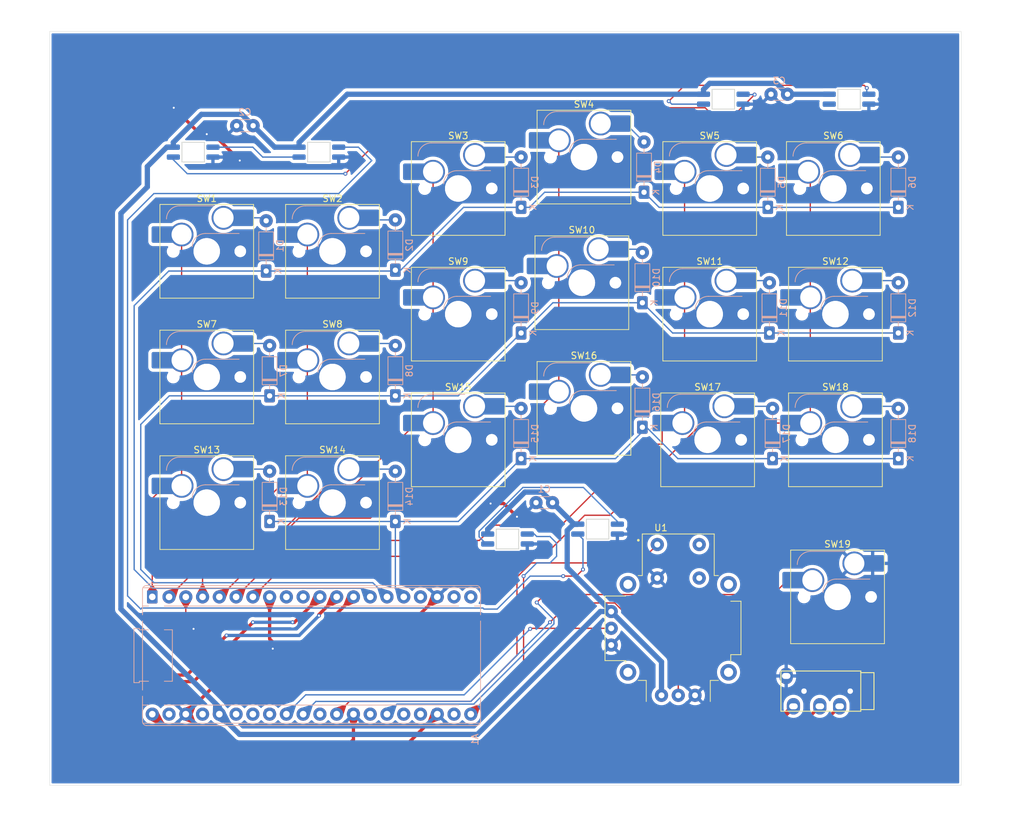
<source format=kicad_pcb>
(kicad_pcb (version 20241229) (generator "pcbnew") (generator_version "9.0")
  (layers (0 "F.Cu" signal) (2 "B.Cu" signal) (13 "F.Paste" user) (15 "B.Paste" user) (5 "F.SilkS" user "F.Silkscreen") (7 "B.SilkS" user "B.Silkscreen") (1 "F.Mask" user) (3 "B.Mask" user) (25 "Edge.Cuts" user))
  (net 0 "")
  (net 3 "COL0")
  (net 4 "ROW2")
  (net 6 "ROW1")
  (net 9 "GND")
  (net 10 "Net-(A1-GPIO26_ADC0)")
  (net 11 "ROW0")
  (net 14 "Net-(A1-VBUS)")
  (net 15 "COL1")
  (net 16 "RX")
  (net 17 "Net-(A1-GPIO20)")
  (net 18 "RGB")
  (net 19 "+3V3")
  (net 22 "COL2")
  (net 23 "COL4")
  (net 24 "COL3")
  (net 27 "Net-(A1-GPIO22)")
  (net 28 "COL5")
  (net 30 "Net-(A1-GPIO27_ADC1)")
  (net 32 "TX")
  (net 35 "Net-(D1-A)")
  (net 36 "Net-(D2-A)")
  (net 37 "Net-(D3-A)")
  (net 38 "Net-(D4-A)")
  (net 39 "Net-(D5-A)")
  (net 40 "Net-(D6-A)")
  (net 41 "Net-(D7-A)")
  (net 42 "Net-(D8-A)")
  (net 43 "Net-(D9-A)")
  (net 44 "Net-(D10-A)")
  (net 45 "Net-(D11-A)")
  (net 46 "Net-(D12-A)")
  (net 47 "Net-(D13-A)")
  (net 48 "Net-(D14-A)")
  (net 49 "Net-(D15-A)")
  (net 50 "Net-(D16-A)")
  (net 51 "Net-(D17-A)")
  (net 52 "Net-(D18-A)")
  (net 53 "Net-(D19-DOUT)")
  (net 54 "Net-(D20-DOUT)")
  (net 55 "Net-(D21-DOUT)")
  (net 56 "Net-(D22-DOUT)")
  (net 57 "Net-(D23-DOUT)")
  (footprint "COM-09032:XDCR_COM-09032" (layer "F.Cu") (at 113.9825 114.3)
    (property "Reference" "U1")
    (property "Value" "COM-09032")
  )
  (footprint "ScottoKeebs_Hotswap:Hotswap_MX_Plated" (layer "F.Cu") (at 99.3775 61.9125)
    (property "Reference" "SW10")
    (property "Value" "SW_Push_45deg")
  )
  (footprint "ScottoKeebs_Hotswap:Hotswap_MX_Plated" (layer "F.Cu") (at 80.645 47.625)
    (property "Reference" "SW3")
    (property "Value" "SW_Push_45deg")
  )
  (footprint "ScottoKeebs_Hotswap:Hotswap_MX_Plated" (layer "F.Cu") (at 61.595 95.25)
    (property "Reference" "SW14")
    (property "Value" "SW_Push_45deg")
  )
  (footprint "ScottoKeebs_Hotswap:Hotswap_MX_Plated" (layer "F.Cu") (at 80.645 85.725)
    (property "Reference" "SW15")
    (property "Value" "SW_Push_45deg")
  )
  (footprint "ScottoKeebs_Hotswap:Hotswap_MX_Plated" (layer "F.Cu") (at 61.595 76.2)
    (property "Reference" "SW8")
    (property "Value" "SW_Push_45deg")
  )
  (footprint "ScottoKeebs_Hotswap:Hotswap_MX_Plated" (layer "F.Cu") (at 61.595 57.15)
    (property "Reference" "SW2")
    (property "Value" "SW_Push_45deg")
  )
  (footprint "ScottoKeebs_Hotswap:Hotswap_MX_Plated" (layer "F.Cu") (at 99.695 42.8625)
    (property "Reference" "SW4")
    (property "Value" "SW_Push_45deg")
  )
  (footprint "ScottoKeebs_Hotswap:Hotswap_MX_Plated" (layer "F.Cu") (at 42.545 76.2)
    (property "Reference" "SW7")
    (property "Value" "SW_Push_45deg")
  )
  (footprint "ScottoKeebs_Hotswap:Hotswap_MX_Plated" (layer "F.Cu") (at 80.645 66.675)
    (property "Reference" "SW9")
    (property "Value" "SW_Push_45deg")
  )
  (footprint "ScottoKeebs_Hotswap:Hotswap_MX_Plated" (layer "F.Cu") (at 99.695 80.9625)
    (property "Reference" "SW16")
    (property "Value" "SW_Push_45deg")
  )
  (footprint "ScottoKeebs_Hotswap:Hotswap_MX_Plated" (layer "F.Cu") (at 118.745 66.675)
    (property "Reference" "SW11")
    (property "Value" "SW_Push_45deg")
  )
  (footprint "ScottoKeebs_Hotswap:Hotswap_MX_Plated" (layer "F.Cu") (at 137.4775 47.625)
    (property "Reference" "SW6")
    (property "Value" "SW_Push_45deg")
  )
  (footprint "ScottoKeebs_Hotswap:Hotswap_MX_Plated" (layer "F.Cu") (at 137.795 66.675)
    (property "Reference" "SW12")
    (property "Value" "SW_Push_45deg")
  )
  (footprint "ScottoKeebs_Hotswap:Hotswap_MX_Plated" (layer "F.Cu") (at 118.745 47.625)
    (property "Reference" "SW5")
    (property "Value" "SW_Push_45deg")
  )
  (footprint "ScottoKeebs_Hotswap:Hotswap_MX_Plated" (layer "F.Cu") (at 137.795 85.725)
    (property "Reference" "SW18")
    (property "Value" "SW_Push_45deg")
  )
  (footprint "ScottoKeebs_Hotswap:Hotswap_MX_Plated" (layer "F.Cu") (at 118.4275 85.725)
    (property "Reference" "SW17")
    (property "Value" "SW_Push_45deg")
  )
  (footprint "ScottoKeebs_Hotswap:Hotswap_MX_Plated" (layer "F.Cu") (at 42.545 57.15)
    (property "Reference" "SW1")
    (property "Value" "SW_Push_45deg")
  )
  (footprint "ScottoKeebs_Hotswap:Hotswap_MX_Plated" (layer "F.Cu") (at 42.545 95.25)
    (property "Reference" "SW13")
    (property "Value" "SW_Push_45deg")
  )
  (footprint "ScottoKeebs_Components:TRRS_PJ-320A" (layer "F.Cu") (at 141.6325 123.825 -90)
    (property "Reference" "U2")
    (property "Value" "TRRS")
  )
  (footprint "ScottoKeebs_Hotswap:Hotswap_MX_Plated" (layer "F.Cu") (at 138.1125 109.5375)
    (property "Reference" "SW19")
    (property "Value" "SW_Push")
  )
  (footprint "ScottoKeebs_Miscellaneous:D_DO-35_SOD27_P7.62mm_Horizontal-bigpads" (layer "B.Cu") (at 90.17 69.5325 90)
    (property "Reference" "D9")
    (property "Value" "D_45deg")
  )
  (footprint "ScottoKeebs_Miscellaneous:D_DO-35_SOD27_P7.62mm_Horizontal-bigpads" (layer "B.Cu") (at 127.545 50.4825 90)
    (property "Reference" "D5")
    (property "Value" "D_45deg")
  )
  (footprint "ScottoKeebs_Components:LED_SK6812MINI" (layer "B.Cu") (at 139.8575 34.0875 180)
    (property "Reference" "D24" (hide yes))
    (property "Value" "LED_SK6812MINI" (hide yes))
    (fp_line (start 1.7 1.5) (end -1.7 1.5) (stroke (width 0.12)) (layer "Edge.Cuts"))
    (fp_line (start 1.7 -1.5) (end 1.7 1.5) (stroke (width 0.12)) (layer "Edge.Cuts"))
    (fp_line (start -1.7 1.5) (end -1.7 -1.5) (stroke (width 0.12)) (layer "Edge.Cuts"))
    (fp_line (start -1.7 -1.5) (end 1.7 -1.5) (stroke (width 0.12)) (layer "Edge.Cuts"))
  )
  (footprint "ScottoKeebs_Components:LED_SK6812MINI" (layer "B.Cu") (at 40.4825 42.1125 180)
    (property "Reference" "D22" (hide yes))
    (property "Value" "LED_SK6812MINI" (hide yes))
    (fp_line (start 1.7 1.5) (end -1.7 1.5) (stroke (width 0.12)) (layer "Edge.Cuts"))
    (fp_line (start 1.7 -1.5) (end 1.7 1.5) (stroke (width 0.12)) (layer "Edge.Cuts"))
    (fp_line (start -1.7 1.5) (end -1.7 -1.5) (stroke (width 0.12)) (layer "Edge.Cuts"))
    (fp_line (start -1.7 -1.5) (end 1.7 -1.5) (stroke (width 0.12)) (layer "Edge.Cuts"))
  )
  (footprint "Capacitor_THT:C_Disc_D3.0mm_W1.6mm_P2.50mm" (layer "B.Cu") (at 49.57 38.1 180)
    (property "Reference" "C2")
    (property "Value" "0.1uF")
  )
  (footprint "ScottoKeebs_Miscellaneous:D_DO-35_SOD27_P7.62mm_Horizontal-bigpads" (layer "B.Cu") (at 108.545 64.9475 90)
    (property "Reference" "D10")
    (property "Value" "D_45deg")
  )
  (footprint "ScottoKeebs_Components:LED_SK6812MINI" (layer "B.Cu") (at 120.8075 34.0875 180)
    (property "Reference" "D23" (hide yes))
    (property "Value" "LED_SK6812MINI" (hide yes))
    (fp_line (start 1.7 1.5) (end -1.7 1.5) (stroke (width 0.12)) (layer "Edge.Cuts"))
    (fp_line (start 1.7 -1.5) (end 1.7 1.5) (stroke (width 0.12)) (layer "Edge.Cuts"))
    (fp_line (start -1.7 1.5) (end -1.7 -1.5) (stroke (width 0.12)) (layer "Edge.Cuts"))
    (fp_line (start -1.7 -1.5) (end 1.7 -1.5) (stroke (width 0.12)) (layer "Edge.Cuts"))
  )
  (footprint "ScottoKeebs_Miscellaneous:D_DO-35_SOD27_P7.62mm_Horizontal-bigpads" (layer "B.Cu") (at 71.12 60.0075 90)
    (property "Reference" "D2")
    (property "Value" "D_45deg")
  )
  (footprint "ScottoKeebs_Miscellaneous:D_DO-35_SOD27_P7.62mm_Horizontal-bigpads" (layer "B.Cu") (at 147.32 50.4825 90)
    (property "Reference" "D6")
    (property "Value" "D_45deg")
  )
  (footprint "ScottoKeebs_Miscellaneous:D_DO-35_SOD27_P7.62mm_Horizontal-bigpads" (layer "B.Cu") (at 90.17 50.4825 90)
    (property "Reference" "D3")
    (property "Value" "D_45deg")
  )
  (footprint "Module:RaspberryPi_Pico_Common_THT" (layer "B.Cu") (at 34.29 109.5375 -90)
    (property "Reference" "A1")
    (property "Value" "RaspberryPi_Pico_W")
  )
  (footprint "ScottoKeebs_Components:LED_SK6812MINI" (layer "B.Cu") (at 88.1075 100.7625 180)
    (property "Reference" "D19" (hide yes))
    (property "Value" "LED_SK6812MINI" (hide yes))
    (fp_line (start 1.7 1.5) (end -1.7 1.5) (stroke (width 0.12)) (layer "Edge.Cuts"))
    (fp_line (start 1.7 -1.5) (end 1.7 1.5) (stroke (width 0.12)) (layer "Edge.Cuts"))
    (fp_line (start -1.7 1.5) (end -1.7 -1.5) (stroke (width 0.12)) (layer "Edge.Cuts"))
    (fp_line (start -1.7 -1.5) (end 1.7 -1.5) (stroke (width 0.12)) (layer "Edge.Cuts"))
  )
  (footprint "ScottoKeebs_Components:LED_SK6812MINI" (layer "B.Cu") (at 59.5325 42.1125 180)
    (property "Reference" "D21" (hide yes))
    (property "Value" "LED_SK6812MINI" (hide yes))
    (fp_line (start 1.7 1.5) (end -1.7 1.5) (stroke (width 0.12)) (layer "Edge.Cuts"))
    (fp_line (start 1.7 -1.5) (end 1.7 1.5) (stroke (width 0.12)) (layer "Edge.Cuts"))
    (fp_line (start -1.7 1.5) (end -1.7 -1.5) (stroke (width 0.12)) (layer "Edge.Cuts"))
    (fp_line (start -1.7 -1.5) (end 1.7 -1.5) (stroke (width 0.12)) (layer "Edge.Cuts"))
  )
  (footprint "ScottoKeebs_Miscellaneous:D_DO-35_SOD27_P7.62mm_Horizontal-bigpads" (layer "B.Cu") (at 51.545 60.1375 90)
    (property "Reference" "D1")
    (property "Value" "D_45deg")
  )
  (footprint "ScottoKeebs_Miscellaneous:D_DO-35_SOD27_P7.62mm_Horizontal-bigpads" (layer "B.Cu") (at 127.795 69.5325 90)
    (property "Reference" "D11")
    (property "Value" "D_45deg")
  )
  (footprint "Capacitor_THT:C_Disc_D3.0mm_W1.6mm_P2.50mm" (layer "B.Cu") (at 130.5325 33.3375 180)
    (property "Reference" "C3")
    (property "Value" "0.1uF")
  )
  (footprint "ScottoKeebs_Miscellaneous:D_DO-35_SOD27_P7.62mm_Horizontal-bigpads" (layer "B.Cu") (at 52.07 98.1075 90)
    (property "Reference" "D13")
    (property "Value" "D_45deg")
  )
  (footprint "ScottoKeebs_Miscellaneous:D_DO-35_SOD27_P7.62mm_Horizontal-bigpads" (layer "B.Cu") (at 147.32 69.5325 90)
    (property "Reference" "D12")
    (property "Value" "D_45deg")
  )
  (footprint "ScottoKeebs_Miscellaneous:D_DO-35_SOD27_P7.62mm_Horizontal-bigpads" (layer "B.Cu") (at 90.17 88.5825 90)
    (property "Reference" "D15")
    (property "Value" "D_45deg")
  )
  (footprint "ScottoKeebs_Miscellaneous:D_DO-35_SOD27_P7.62mm_Horizontal-bigpads" (layer "B.Cu") (at 71.12 79.0575 90)
    (property "Reference" "D8")
    (property "Value" "D_45deg")
  )
  (footprint "ScottoKeebs_Miscellaneous:D_DO-35_SOD27_P7.62mm_Horizontal-bigpads" (layer "B.Cu") (at 108.545 83.82 90)
    (property "Reference" "D16")
    (property "Value" "D_45deg")
  )
  (footprint "ScottoKeebs_Miscellaneous:D_DO-35_SOD27_P7.62mm_Horizontal-bigpads" (layer "B.Cu") (at 71.12 98.1075 90)
    (property "Reference" "D14")
    (property "Value" "D_45deg")
  )
  (footprint "ScottoKeebs_Miscellaneous:D_DO-35_SOD27_P7.62mm_Horizontal-bigpads" (layer "B.Cu") (at 147.32 88.5825 90)
    (property "Reference" "D18")
    (property "Value" "D_45deg")
  )
  (footprint "ScottoKeebs_Miscellaneous:D_DO-35_SOD27_P7.62mm_Horizontal-bigpads" (layer "B.Cu") (at 108.795 48.1975 90)
    (property "Reference" "D4")
    (property "Value" "D_45deg")
  )
  (footprint "ScottoKeebs_Miscellaneous:D_DO-35_SOD27_P7.62mm_Horizontal-bigpads" (layer "B.Cu") (at 128.27 88.5825 90)
    (property "Reference" "D17")
    (property "Value" "D_45deg")
  )
  (footprint "ScottoKeebs_Miscellaneous:D_DO-35_SOD27_P7.62mm_Horizontal-bigpads" (layer "B.Cu") (at 52.07 79.0575 90)
    (property "Reference" "D7")
    (property "Value" "D_45deg")
  )
  (footprint "ScottoKeebs_Components:LED_SK6812MINI" (layer "B.Cu") (at 101.7575 99.2625 180)
    (property "Reference" "D20" (hide yes))
    (property "Value" "LED_SK6812MINI" (hide yes))
    (fp_line (start 1.7 1.5) (end -1.7 1.5) (stroke (width 0.12)) (layer "Edge.Cuts"))
    (fp_line (start 1.7 -1.5) (end 1.7 1.5) (stroke (width 0.12)) (layer "Edge.Cuts"))
    (fp_line (start -1.7 1.5) (end -1.7 -1.5) (stroke (width 0.12)) (layer "Edge.Cuts"))
    (fp_line (start -1.7 -1.5) (end 1.7 -1.5) (stroke (width 0.12)) (layer "Edge.Cuts"))
  )
  (footprint "Capacitor_THT:C_Disc_D3.0mm_W1.6mm_P2.50mm" (layer "B.Cu") (at 94.9325 95.25 180)
    (property "Reference" "C1")
    (property "Value" "0.1uF")
  )
  (gr_rect (start 18.7325 23.8125) (end 156.845 138.1125) (stroke (width 0.05)) (fill no) (layer "Edge.Cuts"))
  (segment (start 38.735 73.66) (end 38.735 92.71) (width 0.2) (layer "F.Cu") (net 3))
  (segment (start 36.189416 92.71) (end 34.29 94.609416) (width 0.2) (layer "F.Cu") (net 3))
  (segment (start 34.29 94.609416) (end 34.29 109.5375) (width 0.2) (layer "F.Cu") (net 3))
  (segment (start 38.735 92.71) (end 36.189416 92.71) (width 0.2) (layer "F.Cu") (net 3))
  (segment (start 38.735 54.61) (end 38.735 73.66) (width 0.2) (layer "F.Cu") (net 3))
  (segment (start 109.22 83.87366) (end 113.92884 88.5825) (width 0.2) (layer "B.Cu") (net 4))
  (segment (start 90.17 88.5825) (end 104.4575 88.5825) (width 0.2) (layer "B.Cu") (net 4))
  (segment (start 128.27 88.5825) (end 147.32 88.5825) (width 0.2) (layer "B.Cu") (net 4))
  (segment (start 52.07 98.1075) (end 71.12 98.1075) (width 0.2) (layer "B.Cu") (net 4))
  (segment (start 109.22 83.82) (end 109.22 83.87366) (width 0.2) (layer "B.Cu") (net 4))
  (segment (start 113.92884 88.5825) (end 128.27 88.5825) (width 0.2) (layer "B.Cu") (net 4))
  (segment (start 71.12 98.1075) (end 80.645 98.1075) (width 0.2) (layer "B.Cu") (net 4))
  (segment (start 104.4575 88.5825) (end 109.22 83.82) (width 0.2) (layer "B.Cu") (net 4))
  (segment (start 80.645 98.1075) (end 90.17 88.5825) (width 0.2) (layer "B.Cu") (net 4))
  (segment (start 72.39 109.5375) (end 71.12 108.2675) (width 0.2) (layer "B.Cu") (net 4))
  (segment (start 71.12 108.2675) (end 71.12 98.1075) (width 0.2) (layer "B.Cu") (net 4))
  (segment (start 52.07 79.0575) (end 71.12 79.0575) (width 0.2) (layer "B.Cu") (net 6))
  (segment (start 108.545 64.9475) (end 113.13 69.5325) (width 0.2) (layer "B.Cu") (net 6))
  (segment (start 90.4 69.5325) (end 94.985 64.9475) (width 0.2) (layer "B.Cu") (net 6))
  (segment (start 113.13 69.5325) (end 127.795 69.5325) (width 0.2) (layer "B.Cu") (net 6))
  (segment (start 34.545 107.3875) (end 67.7 107.3875) (width 0.2) (layer "B.Cu") (net 6))
  (segment (start 94.985 64.9475) (end 108.545 64.9475) (width 0.2) (layer "B.Cu") (net 6))
  (segment (start 32.545 105.3875) (end 34.545 107.3875) (width 0.2) (layer "B.Cu") (net 6))
  (segment (start 80.645 79.0575) (end 90.17 69.5325) (width 0.2) (layer "B.Cu") (net 6))
  (segment (start 67.7 107.3875) (end 69.85 109.5375) (width 0.2) (layer "B.Cu") (net 6))
  (segment (start 127.795 69.5325) (end 147.32 69.5325) (width 0.2) (layer "B.Cu") (net 6))
  (segment (start 52.07 79.0575) (end 36.875 79.0575) (width 0.2) (layer "B.Cu") (net 6))
  (segment (start 36.875 79.0575) (end 32.545 83.3875) (width 0.2) (layer "B.Cu") (net 6))
  (segment (start 71.12 79.0575) (end 80.645 79.0575) (width 0.2) (layer "B.Cu") (net 6))
  (segment (start 90.17 69.5325) (end 90.4 69.5325) (width 0.2) (layer "B.Cu") (net 6))
  (segment (start 32.545 83.3875) (end 32.545 105.3875) (width 0.2) (layer "B.Cu") (net 6))
  (segment (start 56.92 117.3875) (end 69.62 117.3875) (width 0.5) (layer "F.Cu") (net 9))
  (segment (start 85.545 95.3875) (end 87.545 95.3875) (width 0.5) (layer "F.Cu") (net 9))
  (segment (start 64.545 131.3875) (end 64.77 131.1625) (width 0.5) (layer "F.Cu") (net 9))
  (segment (start 52.545 117.3875) (end 52.545 116.3875) (width 0.5) (layer "F.Cu") (net 9))
  (segment (start 39.37 113.2125) (end 39.37 109.5375) (width 0.2) (layer "F.Cu") (net 9))
  (segment (start 39.37 127.3175) (end 44.44 132.3875) (width 0.5) (layer "F.Cu") (net 9))
  (segment (start 40.545 114.3875) (end 39.37 113.2125) (width 0.2) (layer "F.Cu") (net 9))
  (segment (start 64.545 132.3875) (end 72.4 132.3875) (width 0.5) (layer "F.Cu") (net 9))
  (segment (start 52.545 116.3875) (end 52.07 115.9125) (width 0.5) (layer "F.Cu") (net 9))
  (segment (start 42.545 39.3875) (end 43.545 39.3875) (width 0.5) (layer "F.Cu") (net 9))
  (segment (start 43.545 39.3875) (end 47.545 43.3875) (width 0.5) (layer "F.Cu") (net 9))
  (segment (start 37.545 35.3875) (end 41.545 39.3875) (width 0.5) (layer "F.Cu") (net 9))
  (segment (start 56.92 117.3875) (end 64.77 109.5375) (width 0.5) (layer "F.Cu") (net 9))
  (segment (start 72.4 132.3875) (end 77.47 127.3175) (width 0.5) (layer "F.Cu") (net 9))
  (segment (start 52.545 117.3875) (end 56.92 117.3875) (width 0.5) (layer "F.Cu") (net 9))
  (segment (start 44.44 132.3875) (end 64.545 132.3875) (width 0.5) (layer "F.Cu") (net 9))
  (segment (start 41.545 39.3875) (end 42.545 39.3875) (width 0.5) (layer "F.Cu") (net 9))
  (segment (start 69.62 117.3875) (end 77.47 109.5375) (width 0.5) (layer "F.Cu") (net 9))
  (segment (start 52.07 115.9125) (end 52.07 109.5375) (width 0.5) (layer "F.Cu") (net 9))
  (segment (start 64.77 131.1625) (end 64.77 127.3175) (width 0.5) (layer "F.Cu") (net 9))
  (segment (start 64.545 132.3875) (end 64.545 131.3875) (width 0.5) (layer "F.Cu") (net 9))
  (segment (start 49.3 117.3875) (end 39.37 127.3175) (width 0.5) (layer "F.Cu") (net 9))
  (segment (start 52.545 117.3875) (end 49.3 117.3875) (width 0.5) (layer "F.Cu") (net 9))
  (segment (start 87.545 95.3875) (end 89.545 97.3875) (width 0.5) (layer "F.Cu") (net 9))
  (via (at 85.545 95.3875) (size 0.6) (drill 0.3) (layers "F.Cu" "B.Cu") (net 9))
  (via (at 42.545 39.3875) (size 0.6) (drill 0.3) (layers "F.Cu" "B.Cu") (net 9))
  (via (at 40.545 114.3875) (size 0.6) (drill 0.3) (layers "F.Cu" "B.Cu") (net 9))
  (via (at 37.545 35.3875) (size 0.6) (drill 0.3) (layers "F.Cu" "B.Cu") (net 9))
  (via (at 52.545 117.3875) (size 0.6) (drill 0.3) (layers "F.Cu" "B.Cu") (net 9))
  (via (at 47.545 43.3875) (size 0.6) (drill 0.3) (layers "F.Cu" "B.Cu") (net 9))
  (via (at 89.545 97.3875) (size 0.6) (drill 0.3) (layers "F.Cu" "B.Cu") (net 9))
  (segment (start 97.4735 110.459) (end 94.545 113.3875) (width 0.2) (layer "F.Cu") (net 10))
  (segment (start 104.361392 110.459) (end 97.4735 110.459) (width 0.2) (layer "F.Cu") (net 10))
  (segment (start 114.4725 124.46) (end 114.545 124.3875) (width 0.2) (layer "F.Cu") (net 10))
  (segment (start 113.9825 124.46) (end 114.4725 124.46) (width 0.2) (layer "F.Cu") (net 10))
  (segment (start 113.9825 124.46) (end 113.9825 120.080108) (width 0.2) (layer "F.Cu") (net 10))
  (segment (start 113.9825 120.080108) (end 104.361392 110.459) (width 0.2) (layer "F.Cu") (net 10))
  (via (at 94.545 113.3875) (size 0.6) (drill 0.3) (layers "F.Cu" "B.Cu") (net 10))
  (segment (start 94.545 113.3875) (end 82.545 125.3875) (width 0.2) (layer "B.Cu") (net 10))
  (segment (start 82.545 125.3875) (end 59.08 125.3875) (width 0.2) (layer "B.Cu") (net 10))
  (segment (start 59.08 125.3875) (end 57.15 127.3175) (width 0.2) (layer "B.Cu") (net 10))
  (segment (start 71.12 60.0075) (end 71.925 60.0075) (width 0.2) (layer "B.Cu") (net 11))
  (segment (start 66.004 108.2315) (end 67.31 109.5375) (width 0.2) (layer "B.Cu") (net 11))
  (segment (start 127.545 50.4825) (end 147.32 50.4825) (width 0.2) (layer "B.Cu") (net 11))
  (segment (start 93.735 48.1975) (end 108.795 48.1975) (width 0.2) (layer "B.Cu") (net 11))
  (segment (start 31.545 105.3875) (end 34.389 108.2315) (width 0.2) (layer "B.Cu") (net 11))
  (segment (start 70.99 60.1375) (end 71.12 60.0075) (width 0.2) (layer "B.Cu") (net 11))
  (segment (start 91.45 50.4825) (end 93.735 48.1975) (width 0.2) (layer "B.Cu") (net 11))
  (segment (start 31.545 65.3875) (end 31.545 105.3875) (width 0.2) (layer "B.Cu") (net 11))
  (segment (start 36.795 60.1375) (end 31.545 65.3875) (width 0.2) (layer "B.Cu") (net 11))
  (segment (start 34.389 108.2315) (end 66.004 108.2315) (width 0.2) (layer "B.Cu") (net 11))
  (segment (start 51.545 60.1375) (end 36.795 60.1375) (width 0.2) (layer "B.Cu") (net 11))
  (segment (start 90.17 50.4825) (end 91.45 50.4825) (width 0.2) (layer "B.Cu") (net 11))
  (segment (start 71.925 60.0075) (end 81.45 50.4825) (width 0.2) (layer "B.Cu") (net 11))
  (segment (start 108.795 48.1975) (end 111.08 50.4825) (width 0.2) (layer "B.Cu") (net 11))
  (segment (start 111.08 50.4825) (end 127.545 50.4825) (width 0.2) (layer "B.Cu") (net 11))
  (segment (start 51.545 60.1375) (end 70.99 60.1375) (width 0.2) (layer "B.Cu") (net 11))
  (segment (start 81.45 50.4825) (end 90.17 50.4825) (width 0.2) (layer "B.Cu") (net 11))
  (segment (start 124.319 133.2385) (end 40.211 133.2385) (width 0.8) (layer "F.Cu") (net 14))
  (segment (start 40.211 133.2385) (end 34.29 127.3175) (width 0.8) (layer "F.Cu") (net 14))
  (segment (start 131.4325 126.125) (end 124.319 133.2385) (width 0.8) (layer "F.Cu") (net 14))
  (segment (start 57.785 92.71) (end 53.6575 92.71) (width 0.2) (layer "F.Cu") (net 15))
  (segment (start 57.785 54.61) (end 57.785 92.71) (width 0.2) (layer "F.Cu") (net 15))
  (segment (start 53.6575 92.71) (end 36.83 109.5375) (width 0.2) (layer "F.Cu") (net 15))
  (segment (start 138.4325 126.125) (end 129.469 135.0885) (width 0.5) (layer "F.Cu") (net 16))
  (segment (start 28.545 128.378864) (end 28.545 123.3875) (width 0.5) (layer "F.Cu") (net 16))
  (segment (start 59.545 112.2225) (end 62.23 109.5375) (width 0.5) (layer "F.Cu") (net 16))
  (segment (start 28.545 123.3875) (end 28.545 121.3875) (width 0.5) (layer "F.Cu") (net 16))
  (segment (start 59.545 112.3875) (end 59.545 112.2225) (width 0.5) (layer "F.Cu") (net 16))
  (segment (start 129.469 135.0885) (end 35.254636 135.0885) (width 0.5) (layer "F.Cu") (net 16))
  (segment (start 35.254636 135.0885) (end 28.545 128.378864) (width 0.5) (layer "F.Cu") (net 16))
  (segment (start 28.545 121.3875) (end 39.545 121.3875) (width 0.5) (layer "F.Cu") (net 16))
  (segment (start 39.545 121.3875) (end 45.545 115.3875) (width 0.5) (layer "F.Cu") (net 16))
  (via (at 45.545 115.3875) (size 0.6) (drill 0.3) (layers "F.Cu" "B.Cu") (net 16))
  (via (at 59.545 112.3875) (size 0.6) (drill 0.3) (layers "F.Cu" "B.Cu") (net 16))
  (segment (start 56.545 115.3875) (end 59.545 112.3875) (width 0.5) (layer "B.Cu") (net 16))
  (segment (start 45.545 115.3875) (end 56.545 115.3875) (width 0.5) (layer "B.Cu") (net 16))
  (segment (start 128.3629 109.1835) (end 93.749 109.1835) (width 0.2) (layer "F.Cu") (net 17))
  (segment (start 134.3025 106.9975) (end 130.5489 106.9975) (width 0.2) (layer "F.Cu") (net 17))
  (segment (start 130.5489 106.9975) (end 128.3629 109.1835) (width 0.2) (layer "F.Cu") (net 17))
  (segment (start 93.749 109.1835) (end 92.545 110.3875) (width 0.2) (layer "F.Cu") (net 17))
  (via (at 92.545 110.3875) (size 0.6) (drill 0.3) (layers "F.Cu" "B.Cu") (net 17))
  (segment (start 92.545 110.3875) (end 95.146 112.9885) (width 0.2) (layer "B.Cu") (net 17))
  (segment (start 95.146 113.636443) (end 82.993943 125.7885) (width 0.2) (layer "B.Cu") (net 17))
  (segment (start 71.379 125.7885) (end 69.85 127.3175) (width 0.2) (layer "B.Cu") (net 17))
  (segment (start 95.146 112.9885) (end 95.146 113.636443) (width 0.2) (layer "B.Cu") (net 17))
  (segment (start 82.993943 125.7885) (end 71.379 125.7885) (width 0.2) (layer "B.Cu") (net 17))
  (segment (start 90.545 106.3875) (end 90.545 119.3225) (width 0.2) (layer "F.Cu") (net 18))
  (segment (start 90.545 119.3225) (end 82.55 127.3175) (width 0.2) (layer "F.Cu") (net 18))
  (via (at 90.545 106.3875) (size 0.6) (drill 0.3) (layers "F.Cu" "B.Cu") (net 18))
  (segment (start 91.1075 100.0125) (end 92.17 100.0125) (width 0.2) (layer "B.Cu") (net 18))
  (segment (start 95.545 101.3875) (end 95.545 103.3875) (width 0.2) (layer "B.Cu") (net 18))
  (segment (start 92.545 104.3875) (end 90.545 106.3875) (width 0.2) (layer "B.Cu") (net 18))
  (segment (start 92.17 100.0125) (end 92.545 100.3875) (width 0.2) (layer "B.Cu") (net 18))
  (segment (start 95.545 103.3875) (end 94.545 104.3875) (width 0.2) (layer "B.Cu") (net 18))
  (segment (start 92.545 100.3875) (end 94.545 100.3875) (width 0.2) (layer "B.Cu") (net 18))
  (segment (start 94.545 100.3875) (end 95.545 101.3875) (width 0.2) (layer "B.Cu") (net 18))
  (segment (start 94.545 104.3875) (end 92.545 104.3875) (width 0.2) (layer "B.Cu") (net 18))
  (segment (start 97.1565 105.094) (end 103.8225 111.76) (width 0.8) (layer "B.Cu") (net 19))
  (segment (start 103.8225 111.76) (end 111.4425 119.38) (width 0.8) (layer "B.Cu") (net 19))
  (segment (start 98.195 98.5125) (end 94.9325 95.25) (width 0.8) (layer "B.Cu") (net 19))
  (segment (start 47.52 130.3875) (end 44.45 127.3175) (width 0.8) (layer "B.Cu") (net 19))
  (segment (start 102.1725 111.76) (end 83.545 130.3875) (width 0.8) (layer "B.Cu") (net 19))
  (segment (start 85.1075 99.288294) (end 90.746794 93.649) (width 0.8) (layer "B.Cu") (net 19))
  (segment (start 44.45 127.3175) (end 44.45 126.2925) (width 0.8) (layer "B.Cu") (net 19))
  (segment (start 117.8075 32.613294) (end 118.734294 31.6865) (width 0.8) (layer "B.Cu") (net 19))
  (segment (start 52.8325 41.3625) (end 56.5325 41.3625) (width 0.8) (layer "B.Cu") (net 19))
  (segment (start 33.545 44.3) (end 36.4825 41.3625) (width 0.8) (layer "B.Cu") (net 19))
  (segment (start 29.545 111.3875) (end 29.545 51.3875) (width 0.8) (layer "B.Cu") (net 19))
  (segment (start 117.8075 33.3375) (end 117.8075 32.613294) (width 0.8) (layer "B.Cu") (net 19))
  (segment (start 83.545 130.3875) (end 47.52 130.3875) (width 0.8) (layer "B.Cu") (net 19))
  (segment (start 49.57 38.1) (end 52.8325 41.3625) (width 0.8) (layer "B.Cu") (net 19))
  (segment (start 56.5325 40.638294) (end 63.833294 33.3375) (width 0.8) (layer "B.Cu") (net 19))
  (segment (start 44.45 126.2925) (end 29.545 111.3875) (width 0.8) (layer "B.Cu") (net 19))
  (segment (start 90.746794 93.649) (end 93.3315 93.649) (width 0.8) (layer "B.Cu") (net 19))
  (segment (start 37.4825 40.638294) (end 41.733294 36.3875) (width 0.8) (layer "B.Cu") (net 19))
  (segment (start 103.8225 111.76) (end 102.1725 111.76) (width 0.8) (layer "B.Cu") (net 19))
  (segment (start 97.1565 99.467962) (end 97.1565 105.094) (width 0.8) (layer "B.Cu") (net 19))
  (segment (start 56.5325 41.3625) (end 56.5325 40.638294) (width 0.8) (layer "B.Cu") (net 19))
  (segment (start 98.7575 98.5125) (end 98.111962 98.5125) (width 0.8) (layer "B.Cu") (net 19))
  (segment (start 130.5325 33.3375) (end 136.8575 33.3375) (width 0.8) (layer "B.Cu") (net 19))
  (segment (start 95.495 95.25) (end 94.9325 95.25) (width 0.2) (layer "B.Cu") (net 19))
  (segment (start 63.833294 33.3375) (end 117.8075 33.3375) (width 0.8) (layer "B.Cu") (net 19))
  (segment (start 98.7575 98.5125) (end 98.195 98.5125) (width 0.8) (layer "B.Cu") (net 19))
  (segment (start 36.4825 41.3625) (end 37.4825 41.3625) (width 0.8) (layer "B.Cu") (net 19))
  (segment (start 37.4825 41.3625) (end 37.4825 40.638294) (width 0.8) (layer "B.Cu") (net 19))
  (segment (start 98.111962 98.5125) (end 97.1565 99.467962) (width 0.8) (layer "B.Cu") (net 19))
  (segment (start 33.545 47.3875) (end 33.545 44.3) (width 0.8) (layer "B.Cu") (net 19))
  (segment (start 41.733294 36.3875) (end 47.8575 36.3875) (width 0.8) (layer "B.Cu") (net 19))
  (segment (start 128.8815 31.6865) (end 130.5325 33.3375) (width 0.8) (layer "B.Cu") (net 19))
  (segment (start 93.3315 93.649) (end 94.9325 95.25) (width 0.8) (layer "B.Cu") (net 19))
  (segment (start 111.4425 119.38) (end 111.4425 124.46) (width 0.8) (layer "B.Cu") (net 19))
  (segment (start 29.545 51.3875) (end 33.545 47.3875) (width 0.8) (layer "B.Cu") (net 19))
  (segment (start 85.1075 100.0125) (end 85.1075 99.288294) (width 0.8) (layer "B.Cu") (net 19))
  (segment (start 118.734294 31.6865) (end 128.8815 31.6865) (width 0.8) (layer "B.Cu") (net 19))
  (segment (start 47.8575 36.3875) (end 49.57 38.1) (width 0.8) (layer "B.Cu") (net 19))
  (segment (start 76.835 83.185) (end 74.289416 83.185) (width 0.2) (layer "F.Cu") (net 22))
  (segment (start 42.545 105.3875) (end 41.91 106.0225) (width 0.2) (layer "F.Cu") (net 22))
  (segment (start 76.835 45.085) (end 76.835 83.185) (width 0.2) (layer "F.Cu") (net 22))
  (segment (start 64.575416 92.899) (end 60.621184 92.899) (width 0.2) (layer "F.Cu") (net 22))
  (segment (start 74.289416 83.185) (end 64.575416 92.899) (width 0.2) (layer "F.Cu") (net 22))
  (segment (start 41.91 106.0225) (end 41.91 109.5375) (width 0.2) (layer "F.Cu") (net 22))
  (segment (start 60.621184 92.899) (end 48.132684 105.3875) (width 0.2) (layer "F.Cu") (net 22))
  (segment (start 48.132684 105.3875) (end 42.545 105.3875) (width 0.2) (layer "F.Cu") (net 22))
  (segment (start 114.6175 83.185) (end 111.74116 83.185) (width 0.2) (layer "F.Cu") (net 23))
  (segment (start 108.53866 86.3875) (end 111.545 86.3875) (width 0.2) (layer "F.Cu") (net 23))
  (segment (start 114.935 82.8675) (end 114.6175 83.185) (width 0.2) (layer "F.Cu") (net 23))
  (segment (start 111.545 83.38116) (end 111.74116 83.185) (width 0.2) (layer "F.Cu") (net 23))
  (segment (start 111.545 86.3875) (end 111.545 83.38116) (width 0.2) (layer "F.Cu") (net 23))
  (segment (start 96.26466 98.6615) (end 108.53866 86.3875) (width 0.2) (layer "F.Cu") (net 23))
  (segment (start 114.935 45.085) (end 114.935 82.8675) (width 0.2) (layer "F.Cu") (net 23))
  (segment (start 83.837558 100.9825) (end 86.158558 98.6615) (width 0.2) (layer "F.Cu") (net 23))
  (segment (start 96.26466 98.6615) (end 86.158558 98.6615) (width 0.2) (layer "F.Cu") (net 23))
  (segment (start 55.545 100.9825) (end 83.837558 100.9825) (width 0.2) (layer "F.Cu") (net 23))
  (segment (start 55.545 100.9825) (end 46.99 109.5375) (width 0.2) (layer "F.Cu") (net 23))
  (segment (start 44.549784 109.5375) (end 56.486284 97.601) (width 0.2) (layer "F.Cu") (net 24))
  (segment (start 67.3315 97.601) (end 76.545 88.3875) (width 0.2) (layer "F.Cu") (net 24))
  (segment (start 56.486284 97.601) (end 67.3315 97.601) (width 0.2) (layer "F.Cu") (net 24))
  (segment (start 85.456174 88.3875) (end 95.421174 78.4225) (width 0.2) (layer "F.Cu") (net 24))
  (segment (start 44.45 109.5375) (end 44.549784 109.5375) (width 0.2) (layer "F.Cu") (net 24))
  (segment (start 95.885 40.3225) (end 95.885 78.4225) (width 0.2) (layer "F.Cu") (net 24))
  (segment (start 95.421174 78.4225) (end 95.885 78.4225) (width 0.2) (layer "F.Cu") (net 24))
  (segment (start 76.545 88.3875) (end 85.456174 88.3875) (width 0.2) (layer "F.Cu") (net 24))
  (segment (start 91.695057 104.3875) (end 89.545 106.537557) (width 0.2) (layer "F.Cu") (net 27))
  (segment (start 89.545 118.3875) (end 82.545 125.3875) (width 0.2) (layer "F.Cu") (net 27))
  (segment (start 64.16 125.3875) (end 62.23 127.3175) (width 0.2) (layer "F.Cu") (net 27))
  (segment (start 108.02 104.3875) (end 91.695057 104.3875) (width 0.2) (layer "F.Cu") (net 27))
  (segment (start 82.545 125.3875) (end 64.16 125.3875) (width 0.2) (layer "F.Cu") (net 27))
  (segment (start 89.545 106.537557) (end 89.545 118.3875) (width 0.2) (layer "F.Cu") (net 27))
  (segment (start 110.8075 101.6) (end 108.02 104.3875) (width 0.2) (layer "F.Cu") (net 27))
  (segment (start 133.985 83.185) (end 117.621326 83.185) (width 0.2) (layer "F.Cu") (net 28))
  (segment (start 117.621326 83.185) (end 103.644826 97.1615) (width 0.2) (layer "F.Cu") (net 28))
  (segment (start 133.985 45.4025) (end 133.985 64.135) (width 0.2) (layer "F.Cu") (net 28))
  (segment (start 55.545 103.3875) (end 55.545 103.5225) (width 0.2) (layer "F.Cu") (net 28))
  (segment (start 99.808558 97.1615) (end 93.582558 103.3875) (width 0.2) (layer "F.Cu") (net 28))
  (segment (start 133.985 64.135) (end 133.985 83.185) (width 0.2) (layer "F.Cu") (net 28))
  (segment (start 103.644826 97.1615) (end 99.808558 97.1615) (width 0.2) (layer "F.Cu") (net 28))
  (segment (start 93.582558 103.3875) (end 55.545 103.3875) (width 0.2) (layer "F.Cu") (net 28))
  (segment (start 55.545 103.5225) (end 49.53 109.5375) (width 0.2) (layer "F.Cu") (net 28))
  (segment (start 133.6675 45.085) (end 133.985 45.4025) (width 0.2) (layer "F.Cu") (net 28))
  (segment (start 91.6325 114.3) (end 91.545 114.3875) (width 0.2) (layer "F.Cu") (net 30))
  (segment (start 103.8225 114.3) (end 91.6325 114.3) (width 0.2) (layer "F.Cu") (net 30))
  (via (at 91.545 114.3875) (size 0.6) (drill 0.3) (layers "F.Cu" "B.Cu") (net 30))
  (segment (start 81.545 124.3875) (end 57.54 124.3875) (width 0.2) (layer "B.Cu") (net 30))
  (segment (start 91.545 114.3875) (end 81.545 124.3875) (width 0.2) (layer "B.Cu") (net 30))
  (segment (start 57.54 124.3875) (end 54.61 127.3175) (width 0.2) (layer "B.Cu") (net 30))
  (segment (start 35.545 134.3875) (end 29.545 128.3875) (width 0.5) (layer "F.Cu") (net 32))
  (segment (start 29.545 122.3875) (end 40.545 122.3875) (width 0.5) (layer "F.Cu") (net 32))
  (segment (start 135.4325 126.125) (end 127.17 134.3875) (width 0.5) (layer "F.Cu") (net 32))
  (segment (start 55.545 113.3875) (end 55.84 113.3875) (width 0.5) (layer "F.Cu") (net 32))
  (segment (start 40.545 122.3875) (end 49.545 113.3875) (width 0.5) (layer "F.Cu") (net 32))
  (segment (start 127.17 134.3875) (end 35.545 134.3875) (width 0.5) (layer "F.Cu") (net 32))
  (segment (start 29.545 128.3875) (end 29.545 122.3875) (width 0.5) (layer "F.Cu") (net 32))
  (segment (start 55.84 113.3875) (end 59.69 109.5375) (width 0.5) (layer "F.Cu") (net 32))
  (via (at 49.545 113.3875) (size 0.6) (drill 0.3) (layers "F.Cu" "B.Cu") (net 32))
  (via (at 55.545 113.3875) (size 0.6) (drill 0.3) (layers "F.Cu" "B.Cu") (net 32))
  (segment (start 49.545 113.3875) (end 55.545 113.3875) (width 0.5) (layer "B.Cu") (net 32))
  (segment (start 45.085 52.07) (end 51.0975 52.07) (width 0.2) (layer "B.Cu") (net 35))
  (segment (start 51.0975 52.07) (end 51.545 52.5175) (width 0.2) (layer "B.Cu") (net 35))
  (segment (start 67.2325 52.3875) (end 66.915 52.07) (width 0.2) (layer "B.Cu") (net 36))
  (segment (start 71.12 52.3875) (end 67.2325 52.3875) (width 0.2) (layer "B.Cu") (net 36))
  (segment (start 90.17 42.8625) (end 86.2825 42.8625) (width 0.2) (layer "B.Cu") (net 37))
  (segment (start 86.2825 42.8625) (end 85.965 42.545) (width 0.2) (layer "B.Cu") (net 37))
  (segment (start 106 37.7825) (end 105.015 37.7825) (width 0.2) (layer "B.Cu") (net 38))
  (segment (start 108.795 40.5775) (end 106 37.7825) (width 0.2) (layer "B.Cu") (net 38))
  (segment (start 127.545 42.8625) (end 124.3825 42.8625) (width 0.2) (layer "B.Cu") (net 39))
  (segment (start 124.3825 42.8625) (end 124.065 42.545) (width 0.2) (layer "B.Cu") (net 39))
  (segment (start 147.32 42.8625) (end 143.115 42.8625) (width 0.2) (layer "B.Cu") (net 40))
  (segment (start 143.115 42.8625) (end 142.7975 42.545) (width 0.2) (layer "B.Cu") (net 40))
  (segment (start 45.085 71.12) (end 51.7525 71.12) (width 0.2) (layer "B.Cu") (net 41))
  (segment (start 51.7525 71.12) (end 52.07 71.4375) (width 0.2) (layer "B.Cu") (net 41))
  (segment (start 64.135 71.12) (end 70.8025 71.12) (width 0.2) (layer "B.Cu") (net 42))
  (segment (start 70.8025 71.12) (end 71.12 71.4375) (width 0.2) (layer "B.Cu") (net 42))
  (segment (start 83.185 61.595) (end 89.8525 61.595) (width 0.2) (layer "B.Cu") (net 43))
  (segment (start 89.8525 61.595) (end 90.17 61.9125) (width 0.2) (layer "B.Cu") (net 43))
  (segment (start 108.05 56.8325) (end 108.545 57.3275) (width 0.2) (layer "B.Cu") (net 44))
  (segment (start 101.9175 56.8325) (end 108.05 56.8325) (width 0.2) (layer "B.Cu") (net 44))
  (segment (start 121.285 61.595) (end 127.4775 61.595) (width 0.2) (layer "B.Cu") (net 45))
  (segment (start 127.4775 61.595) (end 127.795 61.9125) (width 0.2) (layer "B.Cu") (net 45))
  (segment (start 140.335 61.595) (end 147.0025 61.595) (width 0.2) (layer "B.Cu") (net 46))
  (segment (start 147.0025 61.595) (end 147.32 61.9125) (width 0.2) (layer "B.Cu") (net 46))
  (segment (start 45.085 90.17) (end 51.7525 90.17) (width 0.2) (layer "B.Cu") (net 47))
  (segment (start 51.7525 90.17) (end 52.07 90.4875) (width 0.2) (layer "B.Cu") (net 47))
  (segment (start 64.135 90.17) (end 70.8025 90.17) (width 0.2) (layer "B.Cu") (net 48))
  (segment (start 70.8025 90.17) (end 71.12 90.4875) (width 0.2) (layer "B.Cu") (net 48))
  (segment (start 89.8525 80.645) (end 90.17 80.9625) (width 0.2) (layer "B.Cu") (net 49))
  (segment (start 83.185 80.645) (end 89.8525 80.645) (width 0.2) (layer "B.Cu") (net 49))
  (segment (start 108.9025 75.8825) (end 109.22 76.2) (width 0.2) (layer "B.Cu") (net 50))
  (segment (start 102.235 75.8825) (end 108.9025 75.8825) (width 0.2) (layer "B.Cu") (net 50))
  (segment (start 120.9675 80.645) (end 127.9525 80.645) (width 0.2) (layer "B.Cu") (net 51))
  (segment (start 127.9525 80.645) (end 128.27 80.9625) (width 0.2) (layer "B.Cu") (net 51))
  (segment (start 140.335 80.645) (end 147.0025 80.645) (width 0.2) (layer "B.Cu") (net 52))
  (segment (start 147.0025 80.645) (end 147.32 80.9625) (width 0.2) (layer "B.Cu") (net 52))
  (segment (start 104.7575 98.1025) (end 104.7575 98.5125) (width 0.2) (layer "B.Cu") (net 53))
  (segment (start 84.886226 101.5125) (end 83.8065 100.432774) (width 0.2) (layer "B.Cu") (net 53))
  (segment (start 99.603 92.948) (end 104.7575 98.1025) (width 0.2) (layer "B.Cu") (net 53))
  (segment (start 83.8065 100.432774) (end 83.8065 99.592226) (width 0.2) (layer "B.Cu") (net 53))
  (segment (start 90.450726 92.948) (end 99.603 92.948) (width 0.2) (layer "B.Cu") (net 53))
  (segment (start 85.1075 101.5125) (end 84.886226 101.5125) (width 0.2) (layer "B.Cu") (net 53))
  (segment (start 83.8065 99.592226) (end 90.450726 92.948) (width 0.2) (layer "B.Cu") (net 53))
  (segment (start 98.545 106.3875) (end 99.545 105.3875) (width 0.2) (layer "F.Cu") (net 54))
  (segment (start 96.545 106.3875) (end 98.545 106.3875) (width 0.2) (layer "F.Cu") (net 54))
  (via (at 99.545 105.3875) (size 0.6) (drill 0.3) (layers "F.Cu" "B.Cu") (net 54))
  (via (at 96.545 106.3875) (size 0.6) (drill 0.3) (layers "F.Cu" "B.Cu") (net 54))
  (segment (start 99.545 100.8) (end 98.7575 100.0125) (width 0.2) (layer "B.Cu") (net 54))
  (segment (start 65.52 41.3625) (end 67.545 43.3875) (width 0.2) (layer "B.Cu") (net 54))
  (segment (start 32.706 111.2265) (end 84.384 111.2265) (width 0.2) (layer "B.Cu") (net 54))
  (segment (start 91.545 106.3875) (end 96.545 106.3875) (width 0.2) (layer "B.Cu") (net 54))
  (segment (start 67.545 43.3875) (end 62.545 48.3875) (width 0.2) (layer "B.Cu") (net 54))
  (segment (start 32.545 111.3875) (end 32.706 111.2265) (width 0.2) (layer "B.Cu") (net 54))
  (segment (start 99.545 105.3875) (end 99.545 100.8) (width 0.2) (layer "B.Cu") (net 54))
  (segment (start 97.92 100.0125) (end 98.7575 100.0125) (width 0.2) (layer "B.Cu") (net 54))
  (segment (start 84.384 111.2265) (end 84.545 111.3875) (width 0.2) (layer "B.Cu") (net 54))
  (segment (start 34.545 48.3875) (end 30.545 52.3875) (width 0.2) (layer "B.Cu") (net 54))
  (segment (start 86.545 111.3875) (end 91.545 106.3875) (width 0.2) (layer "B.Cu") (net 54))
  (segment (start 30.545 52.3875) (end 30.545 109.3875) (width 0.2) (layer "B.Cu") (net 54))
  (segment (start 30.545 109.3875) (end 32.545 111.3875) (width 0.2) (layer "B.Cu") (net 54))
  (segment (start 62.545 48.3875) (end 34.545 48.3875) (width 0.2) (layer "B.Cu") (net 54))
  (segment (start 84.545 111.3875) (end 86.545 111.3875) (width 0.2) (layer "B.Cu") (net 54))
  (segment (start 62.5325 41.3625) (end 65.52 41.3625) (width 0.2) (layer "B.Cu") (net 54))
  (segment (start 49.52 41.3625) (end 51.02 42.8625) (width 0.2) (layer "B.Cu") (net 55))
  (segment (start 51.02 42.8625) (end 56.5325 42.8625) (width 0.2) (layer "B.Cu") (net 55))
  (segment (start 43.4825 41.3625) (end 49.52 41.3625) (width 0.2) (layer "B.Cu") (net 55))
  (segment (start 125.545 33.399942) (end 125.545 33.3875) (width 0.2) (layer "F.Cu") (net 56))
  (segment (start 63.545 45.3875) (end 73.545 35.3875) (width 0.2) (layer "F.Cu") (net 56))
  (segment (start 122.756442 36.1885) (end 125.545 33.399942) (width 0.2) (layer "F.Cu") (net 56))
  (segment (start 118.858558 36.1885) (end 122.756442 36.1885) (width 0.2) (layer "F.Cu") (net 56))
  (segment (start 73.545 35.3875) (end 118.057558 35.3875) (width 0.2) (layer "F.Cu") (net 56))
  (segment (start 118.057558 35.3875) (end 118.858558 36.1885) (width 0.2) (layer "F.Cu") (net 56))
  (via (at 63.545 45.3875) (size 0.6) (drill 0.3) (layers "F.Cu" "B.Cu") (net 56))
  (via (at 125.545 33.3875) (size 0.6) (drill 0.3) (layers "F.Cu" "B.Cu") (net 56))
  (segment (start 39.5975 45.3875) (end 63.545 45.3875) (width 0.2) (layer "B.Cu") (net 56))
  (segment (start 37.4825 43.2725) (end 39.5975 45.3875) (width 0.2) (layer "B.Cu") (net 56))
  (segment (start 125.545 33.3875) (end 123.8575 33.3875) (width 0.2) (layer "B.Cu") (net 56))
  (segment (start 37.4825 42.8625) (end 37.4825 43.2725) (width 0.2) (layer "B.Cu") (net 56))
  (segment (start 123.8575 33.3875) (end 123.8075 33.3375) (width 0.2) (layer "B.Cu") (net 56))
  (segment (start 114.946 31.9865) (end 142.144 31.9865) (width 0.2) (layer "F.Cu") (net 57))
  (segment (start 142.144 31.9865) (end 142.545 32.3875) (width 0.2) (layer "F.Cu") (net 57))
  (segment (start 112.545 34.3875) (end 114.946 31.9865) (width 0.2) (layer "F.Cu") (net 57))
  (via (at 112.545 34.3875) (size 0.6) (drill 0.3) (layers "F.Cu" "B.Cu") (net 57))
  (via (at 142.545 32.3875) (size 0.6) (drill 0.3) (layers "F.Cu" "B.Cu") (net 57))
  (segment (start 117.8075 34.8375) (end 112.995 34.8375) (width 0.2) (layer "B.Cu") (net 57))
  (segment (start 112.995 34.8375) (end 112.545 34.3875) (width 0.2) (layer "B.Cu") (net 57))
  (segment (start 142.545 32.3875) (end 142.545 33.025) (width 0.2) (layer "B.Cu") (net 57))
  (segment (start 142.545 33.025) (end 142.8575 33.3375) (width 0.2) (layer "B.Cu") (net 57))
  (zone (net 9) (net_name "GND") (layer "B.Cu") (name "Ground") (connect_pads (clearance 0.5)) (min_thickness 0.25) (fill yes (thermal_gap 0.5) (thermal_bridge_width 0.5))
    (polygon (pts (xy 13.97 19.05) (xy 166.37 19.05) (xy 166.37 142.875) (xy 13.97 142.875)))
  )
)
</source>
